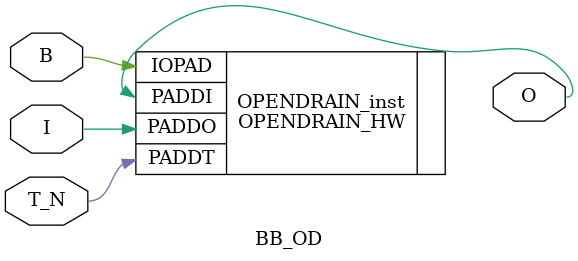
<source format=v>
`timescale 1ns/1ns
module BB_OD (T_N, I, O, B);

	//Port Type List [Expanded Bus/Bit]
	input T_N;
	input I;
	output O;
	inout B;



	//IP Ports Tied Off for Simulation

	OPENDRAIN_HW OPENDRAIN_inst(.PADDT(T_N), .PADDO(I), .PADDI(O), .IOPAD(B));


endmodule

</source>
